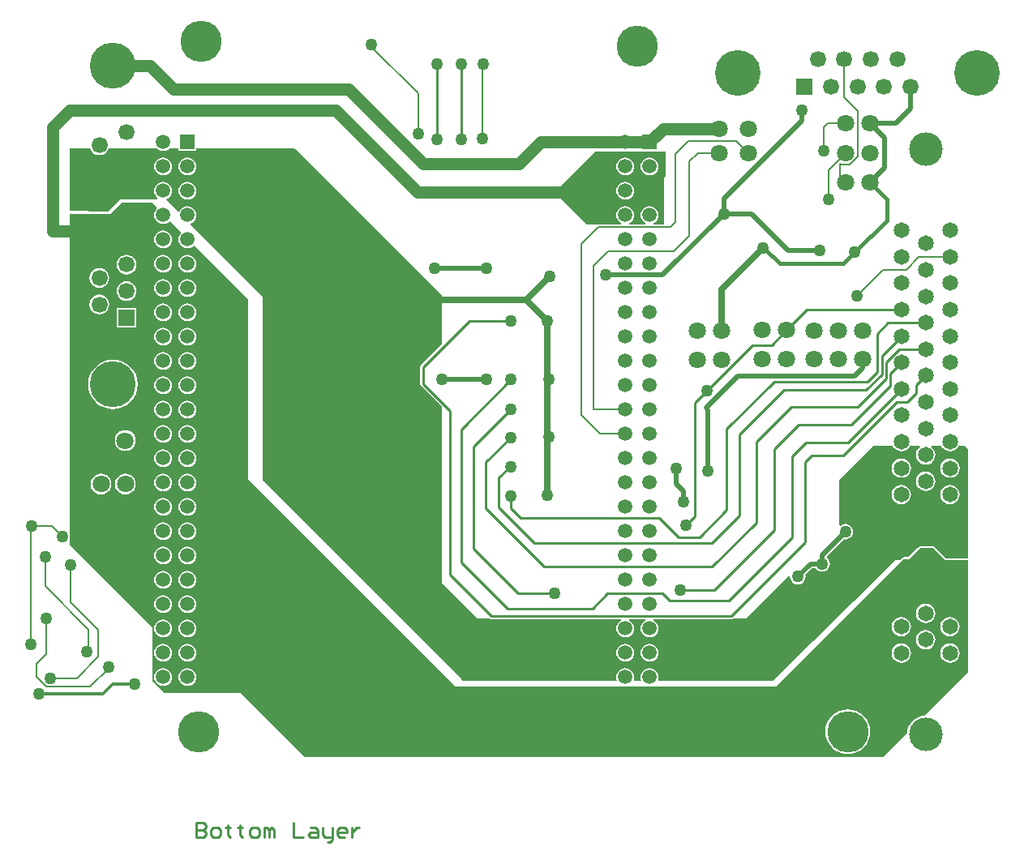
<source format=gbl>
G04*
G04 #@! TF.GenerationSoftware,Altium Limited,Altium Designer,19.0.10 (269)*
G04*
G04 Layer_Physical_Order=2*
G04 Layer_Color=16711680*
%FSLAX25Y25*%
%MOIN*%
G70*
G01*
G75*
%ADD14C,0.01000*%
%ADD17C,0.00800*%
%ADD54C,0.02000*%
%ADD56C,0.01200*%
%ADD57C,0.01500*%
%ADD58C,0.05000*%
%ADD59C,0.02500*%
%ADD60C,0.13800*%
%ADD61C,0.06500*%
%ADD62C,0.05906*%
%ADD63R,0.05906X0.05906*%
%ADD64C,0.07087*%
%ADD65C,0.16929*%
%ADD66C,0.18740*%
%ADD67R,0.06653X0.06653*%
%ADD68C,0.06653*%
%ADD69R,0.06653X0.06653*%
%ADD70C,0.06653*%
%ADD71C,0.18898*%
%ADD72C,0.05000*%
G36*
X272500Y381898D02*
Y361730D01*
X264135Y353365D01*
X263870Y352968D01*
X263776Y352500D01*
Y345500D01*
X263870Y345032D01*
X264135Y344635D01*
X272500Y336270D01*
Y263850D01*
X287350Y249000D01*
X292282D01*
X292642Y248760D01*
X293110Y248666D01*
X346247D01*
X346346Y248166D01*
X346158Y248088D01*
X345395Y247503D01*
X344809Y246740D01*
X344441Y245851D01*
X344316Y244898D01*
X344441Y243944D01*
X344809Y243056D01*
X345395Y242292D01*
X346158Y241707D01*
X347046Y241339D01*
X348000Y241213D01*
X348954Y241339D01*
X349842Y241707D01*
X350605Y242292D01*
X351191Y243056D01*
X351559Y243944D01*
X351684Y244898D01*
X351559Y245851D01*
X351191Y246740D01*
X350605Y247503D01*
X349842Y248088D01*
X349654Y248166D01*
X349753Y248666D01*
X356247D01*
X356346Y248166D01*
X356158Y248088D01*
X355395Y247503D01*
X354809Y246740D01*
X354441Y245851D01*
X354316Y244898D01*
X354441Y243944D01*
X354809Y243056D01*
X355395Y242292D01*
X356158Y241707D01*
X357046Y241339D01*
X358000Y241213D01*
X358954Y241339D01*
X359842Y241707D01*
X360605Y242292D01*
X361191Y243056D01*
X361559Y243944D01*
X361684Y244898D01*
X361559Y245851D01*
X361191Y246740D01*
X360605Y247503D01*
X359842Y248088D01*
X359654Y248166D01*
X359753Y248666D01*
X391631D01*
X392100Y248760D01*
X392460Y249000D01*
X397763D01*
X415331Y266568D01*
X415779Y266347D01*
X415772Y266295D01*
X415882Y265460D01*
X416205Y264682D01*
X416718Y264013D01*
X417386Y263500D01*
X418165Y263178D01*
X419000Y263068D01*
X419835Y263178D01*
X420614Y263500D01*
X421282Y264013D01*
X421795Y264682D01*
X422118Y265460D01*
X422228Y266295D01*
X422137Y266981D01*
X424923Y269767D01*
X426297D01*
X426718Y269218D01*
X427386Y268705D01*
X428165Y268382D01*
X429000Y268272D01*
X429835Y268382D01*
X430614Y268705D01*
X431282Y269218D01*
X431795Y269886D01*
X432118Y270665D01*
X432228Y271500D01*
X432118Y272335D01*
X431795Y273114D01*
X431282Y273782D01*
X430921Y274060D01*
X430891Y274640D01*
X437814Y281563D01*
X438500Y281472D01*
X439335Y281582D01*
X440114Y281905D01*
X440782Y282418D01*
X441295Y283086D01*
X441618Y283865D01*
X441728Y284700D01*
X441618Y285535D01*
X441295Y286314D01*
X440782Y286982D01*
X440114Y287495D01*
X439335Y287818D01*
X438500Y287928D01*
X437665Y287818D01*
X436886Y287495D01*
X436477Y287181D01*
X436000Y287445D01*
Y306000D01*
X450000Y320000D01*
X457939D01*
X458050Y319732D01*
X458683Y318907D01*
X459508Y318274D01*
X460469Y317876D01*
X461500Y317740D01*
X462531Y317876D01*
X463492Y318274D01*
X464317Y318907D01*
X464950Y319732D01*
X465061Y320000D01*
X468996D01*
X469166Y319500D01*
X468683Y319129D01*
X468050Y318304D01*
X467652Y317343D01*
X467516Y316312D01*
X467652Y315281D01*
X468050Y314320D01*
X468683Y313495D01*
X469508Y312862D01*
X470469Y312464D01*
X471500Y312328D01*
X472531Y312464D01*
X473492Y312862D01*
X474317Y313495D01*
X474950Y314320D01*
X475348Y315281D01*
X475484Y316312D01*
X475348Y317343D01*
X474950Y318304D01*
X474317Y319129D01*
X473834Y319500D01*
X474004Y320000D01*
X477939D01*
X478050Y319732D01*
X478683Y318907D01*
X479508Y318274D01*
X480469Y317876D01*
X481500Y317740D01*
X482531Y317876D01*
X483492Y318274D01*
X484317Y318907D01*
X484950Y319732D01*
X485061Y320000D01*
X487758D01*
X489000Y318759D01*
X489000Y274214D01*
X489000Y273714D01*
X480015D01*
X475223Y278505D01*
X474992Y278659D01*
X474719Y278714D01*
X469381D01*
X469108Y278659D01*
X468877Y278505D01*
X468372Y278000D01*
X468191D01*
X464404Y274214D01*
X462500Y274214D01*
X462227Y274159D01*
X461995Y274005D01*
X460991Y273000D01*
X459080D01*
X458576Y272496D01*
X408509Y223429D01*
X361795D01*
X361518Y223845D01*
X361559Y223944D01*
X361684Y224898D01*
X361559Y225851D01*
X361191Y226740D01*
X360605Y227503D01*
X359842Y228088D01*
X358954Y228456D01*
X358000Y228582D01*
X357046Y228456D01*
X356158Y228088D01*
X355395Y227503D01*
X354809Y226740D01*
X354441Y225851D01*
X354316Y224898D01*
X354441Y223944D01*
X354483Y223845D01*
X354205Y223429D01*
X351795D01*
X351518Y223845D01*
X351559Y223944D01*
X351684Y224898D01*
X351559Y225851D01*
X351191Y226740D01*
X350605Y227503D01*
X349842Y228088D01*
X348954Y228456D01*
X348000Y228582D01*
X347046Y228456D01*
X346158Y228088D01*
X345395Y227503D01*
X344809Y226740D01*
X344441Y225851D01*
X344316Y224898D01*
X344441Y223944D01*
X344482Y223845D01*
X344205Y223429D01*
X281450D01*
X199000Y305879D01*
X199000Y381500D01*
X169419Y411082D01*
X169516Y411572D01*
X169842Y411707D01*
X170605Y412292D01*
X171191Y413056D01*
X171559Y413944D01*
X171684Y414898D01*
X171559Y415851D01*
X171191Y416740D01*
X170605Y417503D01*
X169842Y418088D01*
X168954Y418456D01*
X168000Y418582D01*
X167046Y418456D01*
X166158Y418088D01*
X165395Y417503D01*
X164809Y416740D01*
X164674Y416414D01*
X164184Y416316D01*
X159418Y421081D01*
X159516Y421572D01*
X159842Y421707D01*
X160605Y422293D01*
X161191Y423056D01*
X161559Y423944D01*
X161684Y424898D01*
X161559Y425851D01*
X161191Y426740D01*
X160605Y427503D01*
X159842Y428088D01*
X158954Y428456D01*
X158000Y428582D01*
X157046Y428456D01*
X156158Y428088D01*
X155395Y427503D01*
X154809Y426740D01*
X154441Y425851D01*
X154316Y424898D01*
X154441Y423944D01*
X154809Y423056D01*
X155395Y422293D01*
X155776Y422000D01*
X155606Y421500D01*
X140541Y421500D01*
X135332Y416291D01*
X119500Y416667D01*
X119500Y442500D01*
X127917D01*
X128294Y441591D01*
X128939Y440750D01*
X129780Y440105D01*
X130760Y439699D01*
X131811Y439561D01*
X132862Y439699D01*
X133842Y440105D01*
X134683Y440750D01*
X135328Y441591D01*
X135705Y442500D01*
X155236D01*
X155395Y442292D01*
X156158Y441707D01*
X157046Y441339D01*
X158000Y441213D01*
X158954Y441339D01*
X159842Y441707D01*
X160605Y442292D01*
X160764Y442500D01*
X164347D01*
Y441245D01*
X171653D01*
Y442500D01*
X211898D01*
X272500Y381898D01*
D02*
G37*
G36*
X364500Y431000D02*
X364000Y430500D01*
X364000Y411122D01*
X359735D01*
X359636Y411622D01*
X359842Y411707D01*
X360605Y412292D01*
X361191Y413056D01*
X361559Y413944D01*
X361684Y414898D01*
X361559Y415851D01*
X361191Y416740D01*
X360605Y417503D01*
X359842Y418088D01*
X358954Y418456D01*
X358000Y418582D01*
X357046Y418456D01*
X356158Y418088D01*
X355395Y417503D01*
X354809Y416740D01*
X354441Y415851D01*
X354316Y414898D01*
X354441Y413944D01*
X354809Y413056D01*
X355395Y412292D01*
X356158Y411707D01*
X356364Y411622D01*
X356265Y411122D01*
X349735D01*
X349636Y411622D01*
X349842Y411707D01*
X350605Y412292D01*
X351191Y413056D01*
X351559Y413944D01*
X351684Y414898D01*
X351559Y415851D01*
X351191Y416740D01*
X350605Y417503D01*
X349842Y418088D01*
X348954Y418456D01*
X348000Y418582D01*
X347046Y418456D01*
X346158Y418088D01*
X345395Y417503D01*
X344809Y416740D01*
X344441Y415851D01*
X344316Y414898D01*
X344441Y413944D01*
X344809Y413056D01*
X345395Y412292D01*
X346158Y411707D01*
X346364Y411622D01*
X346265Y411122D01*
X336898D01*
X336469Y411036D01*
X336414Y411000D01*
X332181D01*
X320181Y423000D01*
X312500D01*
Y425500D01*
X313000Y426000D01*
X321000D01*
Y426500D01*
X335500Y441000D01*
X364500D01*
Y431000D01*
D02*
G37*
G36*
X155468Y418033D02*
X155435Y417534D01*
X155395Y417503D01*
X154809Y416740D01*
X154441Y415851D01*
X154316Y414898D01*
X154441Y413944D01*
X154809Y413056D01*
X155395Y412292D01*
X156158Y411707D01*
X157046Y411339D01*
X158000Y411213D01*
X158954Y411339D01*
X159842Y411707D01*
X160605Y412292D01*
X160636Y412332D01*
X161135Y412365D01*
X165468Y408033D01*
X165435Y407534D01*
X165395Y407503D01*
X164809Y406740D01*
X164441Y405851D01*
X164316Y404898D01*
X164441Y403944D01*
X164809Y403055D01*
X165395Y402292D01*
X166158Y401707D01*
X167046Y401339D01*
X168000Y401213D01*
X168954Y401339D01*
X169842Y401707D01*
X170605Y402292D01*
X170636Y402332D01*
X171135Y402365D01*
X193000Y380500D01*
X193000Y306225D01*
X278224Y221000D01*
X410000Y221000D01*
X462500Y273500D01*
X464881Y273500D01*
X469381Y278000D01*
X474719D01*
X479719Y273000D01*
X489000D01*
Y227152D01*
X470872Y209024D01*
X470010Y208939D01*
X468577Y208504D01*
X467257Y207799D01*
X466100Y206849D01*
X465150Y205692D01*
X464444Y204371D01*
X464010Y202939D01*
X463925Y202077D01*
X453848Y192000D01*
X216398D01*
X189898Y218500D01*
X158571D01*
X158500Y218429D01*
X153500Y223429D01*
X153500Y245307D01*
X119500Y279306D01*
Y281501D01*
X119618Y281785D01*
X119728Y282620D01*
X119618Y283456D01*
X119500Y283740D01*
X119500Y415434D01*
X136500Y415434D01*
X141066Y420000D01*
X153500D01*
X155468Y418033D01*
D02*
G37*
%LPC*%
G36*
X168000Y438582D02*
X167046Y438456D01*
X166158Y438088D01*
X165395Y437503D01*
X164809Y436740D01*
X164441Y435851D01*
X164316Y434898D01*
X164441Y433944D01*
X164809Y433055D01*
X165395Y432293D01*
X166158Y431707D01*
X167046Y431339D01*
X168000Y431213D01*
X168954Y431339D01*
X169842Y431707D01*
X170605Y432293D01*
X171191Y433055D01*
X171559Y433944D01*
X171684Y434898D01*
X171559Y435851D01*
X171191Y436740D01*
X170605Y437503D01*
X169842Y438088D01*
X168954Y438456D01*
X168000Y438582D01*
D02*
G37*
G36*
X158000D02*
X157046Y438456D01*
X156158Y438088D01*
X155395Y437503D01*
X154809Y436740D01*
X154441Y435851D01*
X154316Y434898D01*
X154441Y433944D01*
X154809Y433055D01*
X155395Y432293D01*
X156158Y431707D01*
X157046Y431339D01*
X158000Y431213D01*
X158954Y431339D01*
X159842Y431707D01*
X160605Y432293D01*
X161191Y433055D01*
X161559Y433944D01*
X161684Y434898D01*
X161559Y435851D01*
X161191Y436740D01*
X160605Y437503D01*
X159842Y438088D01*
X158954Y438456D01*
X158000Y438582D01*
D02*
G37*
G36*
X168000Y428582D02*
X167046Y428456D01*
X166158Y428088D01*
X165395Y427503D01*
X164809Y426740D01*
X164441Y425851D01*
X164316Y424898D01*
X164441Y423944D01*
X164809Y423056D01*
X165395Y422293D01*
X166158Y421707D01*
X167046Y421339D01*
X168000Y421213D01*
X168954Y421339D01*
X169842Y421707D01*
X170605Y422293D01*
X171191Y423056D01*
X171559Y423944D01*
X171684Y424898D01*
X171559Y425851D01*
X171191Y426740D01*
X170605Y427503D01*
X169842Y428088D01*
X168954Y428456D01*
X168000Y428582D01*
D02*
G37*
G36*
X481500Y314842D02*
X480469Y314707D01*
X479508Y314309D01*
X478683Y313675D01*
X478050Y312850D01*
X477652Y311889D01*
X477516Y310858D01*
X477652Y309827D01*
X478050Y308866D01*
X478683Y308041D01*
X479508Y307408D01*
X480469Y307010D01*
X481500Y306874D01*
X482531Y307010D01*
X483492Y307408D01*
X484317Y308041D01*
X484950Y308866D01*
X485348Y309827D01*
X485484Y310858D01*
X485348Y311889D01*
X484950Y312850D01*
X484317Y313675D01*
X483492Y314309D01*
X482531Y314707D01*
X481500Y314842D01*
D02*
G37*
G36*
X461500D02*
X460469Y314707D01*
X459508Y314309D01*
X458683Y313675D01*
X458050Y312850D01*
X457652Y311889D01*
X457516Y310858D01*
X457652Y309827D01*
X458050Y308866D01*
X458683Y308041D01*
X459508Y307408D01*
X460469Y307010D01*
X461500Y306874D01*
X462531Y307010D01*
X463492Y307408D01*
X464317Y308041D01*
X464950Y308866D01*
X465348Y309827D01*
X465484Y310858D01*
X465348Y311889D01*
X464950Y312850D01*
X464317Y313675D01*
X463492Y314309D01*
X462531Y314707D01*
X461500Y314842D01*
D02*
G37*
G36*
X471500Y309433D02*
X470469Y309297D01*
X469508Y308899D01*
X468683Y308266D01*
X468050Y307441D01*
X467652Y306480D01*
X467516Y305449D01*
X467652Y304418D01*
X468050Y303457D01*
X468683Y302632D01*
X469508Y301998D01*
X470469Y301601D01*
X471500Y301465D01*
X472531Y301601D01*
X473492Y301998D01*
X474317Y302632D01*
X474950Y303457D01*
X475348Y304418D01*
X475484Y305449D01*
X475348Y306480D01*
X474950Y307441D01*
X474317Y308266D01*
X473492Y308899D01*
X472531Y309297D01*
X471500Y309433D01*
D02*
G37*
G36*
X481500Y303976D02*
X480469Y303840D01*
X479508Y303442D01*
X478683Y302809D01*
X478050Y301984D01*
X477652Y301023D01*
X477516Y299992D01*
X477652Y298961D01*
X478050Y298000D01*
X478683Y297175D01*
X479508Y296542D01*
X480469Y296144D01*
X481500Y296008D01*
X482531Y296144D01*
X483492Y296542D01*
X484317Y297175D01*
X484950Y298000D01*
X485348Y298961D01*
X485484Y299992D01*
X485348Y301023D01*
X484950Y301984D01*
X484317Y302809D01*
X483492Y303442D01*
X482531Y303840D01*
X481500Y303976D01*
D02*
G37*
G36*
X461500D02*
X460469Y303840D01*
X459508Y303442D01*
X458683Y302809D01*
X458050Y301984D01*
X457652Y301023D01*
X457516Y299992D01*
X457652Y298961D01*
X458050Y298000D01*
X458683Y297175D01*
X459508Y296542D01*
X460469Y296144D01*
X461500Y296008D01*
X462531Y296144D01*
X463492Y296542D01*
X464317Y297175D01*
X464950Y298000D01*
X465348Y298961D01*
X465484Y299992D01*
X465348Y301023D01*
X464950Y301984D01*
X464317Y302809D01*
X463492Y303442D01*
X462531Y303840D01*
X461500Y303976D01*
D02*
G37*
G36*
X358000Y238582D02*
X357046Y238456D01*
X356158Y238088D01*
X355395Y237503D01*
X354809Y236740D01*
X354441Y235851D01*
X354316Y234898D01*
X354441Y233944D01*
X354809Y233055D01*
X355395Y232293D01*
X356158Y231707D01*
X357046Y231339D01*
X358000Y231213D01*
X358954Y231339D01*
X359842Y231707D01*
X360605Y232293D01*
X361191Y233055D01*
X361559Y233944D01*
X361684Y234898D01*
X361559Y235851D01*
X361191Y236740D01*
X360605Y237503D01*
X359842Y238088D01*
X358954Y238456D01*
X358000Y238582D01*
D02*
G37*
G36*
X348000D02*
X347046Y238456D01*
X346158Y238088D01*
X345395Y237503D01*
X344809Y236740D01*
X344441Y235851D01*
X344316Y234898D01*
X344441Y233944D01*
X344809Y233055D01*
X345395Y232293D01*
X346158Y231707D01*
X347046Y231339D01*
X348000Y231213D01*
X348954Y231339D01*
X349842Y231707D01*
X350605Y232293D01*
X351191Y233055D01*
X351559Y233944D01*
X351684Y234898D01*
X351559Y235851D01*
X351191Y236740D01*
X350605Y237503D01*
X349842Y238088D01*
X348954Y238456D01*
X348000Y238582D01*
D02*
G37*
G36*
X358000Y438582D02*
X357046Y438456D01*
X356158Y438088D01*
X355395Y437503D01*
X354809Y436740D01*
X354441Y435851D01*
X354316Y434898D01*
X354441Y433944D01*
X354809Y433055D01*
X355395Y432293D01*
X356158Y431707D01*
X357046Y431339D01*
X358000Y431213D01*
X358954Y431339D01*
X359842Y431707D01*
X360605Y432293D01*
X361191Y433055D01*
X361559Y433944D01*
X361684Y434898D01*
X361559Y435851D01*
X361191Y436740D01*
X360605Y437503D01*
X359842Y438088D01*
X358954Y438456D01*
X358000Y438582D01*
D02*
G37*
G36*
X348000D02*
X347046Y438456D01*
X346158Y438088D01*
X345395Y437503D01*
X344809Y436740D01*
X344441Y435851D01*
X344316Y434898D01*
X344441Y433944D01*
X344809Y433055D01*
X345395Y432293D01*
X346158Y431707D01*
X347046Y431339D01*
X348000Y431213D01*
X348954Y431339D01*
X349842Y431707D01*
X350605Y432293D01*
X351191Y433055D01*
X351559Y433944D01*
X351684Y434898D01*
X351559Y435851D01*
X351191Y436740D01*
X350605Y437503D01*
X349842Y438088D01*
X348954Y438456D01*
X348000Y438582D01*
D02*
G37*
G36*
Y428582D02*
X347046Y428456D01*
X346158Y428088D01*
X345395Y427503D01*
X344809Y426740D01*
X344441Y425851D01*
X344316Y424898D01*
X344441Y423944D01*
X344809Y423056D01*
X345395Y422293D01*
X346158Y421707D01*
X347046Y421339D01*
X348000Y421213D01*
X348954Y421339D01*
X349842Y421707D01*
X350605Y422293D01*
X351191Y423056D01*
X351559Y423944D01*
X351684Y424898D01*
X351559Y425851D01*
X351191Y426740D01*
X350605Y427503D01*
X349842Y428088D01*
X348954Y428456D01*
X348000Y428582D01*
D02*
G37*
G36*
X158000Y408582D02*
X157046Y408456D01*
X156158Y408088D01*
X155395Y407503D01*
X154809Y406740D01*
X154441Y405851D01*
X154316Y404898D01*
X154441Y403944D01*
X154809Y403055D01*
X155395Y402292D01*
X156158Y401707D01*
X157046Y401339D01*
X158000Y401213D01*
X158954Y401339D01*
X159842Y401707D01*
X160605Y402292D01*
X161191Y403055D01*
X161559Y403944D01*
X161684Y404898D01*
X161559Y405851D01*
X161191Y406740D01*
X160605Y407503D01*
X159842Y408088D01*
X158954Y408456D01*
X158000Y408582D01*
D02*
G37*
G36*
X168000Y398582D02*
X167046Y398456D01*
X166158Y398088D01*
X165395Y397503D01*
X164809Y396740D01*
X164441Y395851D01*
X164316Y394898D01*
X164441Y393944D01*
X164809Y393056D01*
X165395Y392292D01*
X166158Y391707D01*
X167046Y391339D01*
X168000Y391213D01*
X168954Y391339D01*
X169842Y391707D01*
X170605Y392292D01*
X171191Y393056D01*
X171559Y393944D01*
X171684Y394898D01*
X171559Y395851D01*
X171191Y396740D01*
X170605Y397503D01*
X169842Y398088D01*
X168954Y398456D01*
X168000Y398582D01*
D02*
G37*
G36*
X158000D02*
X157046Y398456D01*
X156158Y398088D01*
X155395Y397503D01*
X154809Y396740D01*
X154441Y395851D01*
X154316Y394898D01*
X154441Y393944D01*
X154809Y393056D01*
X155395Y392292D01*
X156158Y391707D01*
X157046Y391339D01*
X158000Y391213D01*
X158954Y391339D01*
X159842Y391707D01*
X160605Y392292D01*
X161191Y393056D01*
X161559Y393944D01*
X161684Y394898D01*
X161559Y395851D01*
X161191Y396740D01*
X160605Y397503D01*
X159842Y398088D01*
X158954Y398456D01*
X158000Y398582D01*
D02*
G37*
G36*
X142992Y398609D02*
X141941Y398470D01*
X140961Y398065D01*
X140120Y397419D01*
X139475Y396578D01*
X139069Y395598D01*
X138931Y394547D01*
X139069Y393496D01*
X139475Y392516D01*
X140120Y391675D01*
X140961Y391030D01*
X141941Y390624D01*
X142992Y390486D01*
X144043Y390624D01*
X145023Y391030D01*
X145864Y391675D01*
X146510Y392516D01*
X146915Y393496D01*
X147054Y394547D01*
X146915Y395598D01*
X146510Y396578D01*
X145864Y397419D01*
X145023Y398065D01*
X144043Y398470D01*
X142992Y398609D01*
D02*
G37*
G36*
X131811Y393156D02*
X130760Y393018D01*
X129780Y392612D01*
X128939Y391966D01*
X128294Y391125D01*
X127888Y390146D01*
X127750Y389094D01*
X127888Y388043D01*
X128294Y387064D01*
X128939Y386223D01*
X129780Y385577D01*
X130760Y385171D01*
X131811Y385033D01*
X132862Y385171D01*
X133842Y385577D01*
X134683Y386223D01*
X135328Y387064D01*
X135734Y388043D01*
X135873Y389094D01*
X135734Y390146D01*
X135328Y391125D01*
X134683Y391966D01*
X133842Y392612D01*
X132862Y393018D01*
X131811Y393156D01*
D02*
G37*
G36*
X168000Y388582D02*
X167046Y388456D01*
X166158Y388088D01*
X165395Y387503D01*
X164809Y386740D01*
X164441Y385851D01*
X164316Y384898D01*
X164441Y383944D01*
X164809Y383055D01*
X165395Y382293D01*
X166158Y381707D01*
X167046Y381339D01*
X168000Y381213D01*
X168954Y381339D01*
X169842Y381707D01*
X170605Y382293D01*
X171191Y383055D01*
X171559Y383944D01*
X171684Y384898D01*
X171559Y385851D01*
X171191Y386740D01*
X170605Y387503D01*
X169842Y388088D01*
X168954Y388456D01*
X168000Y388582D01*
D02*
G37*
G36*
X158000D02*
X157046Y388456D01*
X156158Y388088D01*
X155395Y387503D01*
X154809Y386740D01*
X154441Y385851D01*
X154316Y384898D01*
X154441Y383944D01*
X154809Y383055D01*
X155395Y382293D01*
X156158Y381707D01*
X157046Y381339D01*
X158000Y381213D01*
X158954Y381339D01*
X159842Y381707D01*
X160605Y382293D01*
X161191Y383055D01*
X161559Y383944D01*
X161684Y384898D01*
X161559Y385851D01*
X161191Y386740D01*
X160605Y387503D01*
X159842Y388088D01*
X158954Y388456D01*
X158000Y388582D01*
D02*
G37*
G36*
X142992Y387703D02*
X141941Y387565D01*
X140961Y387159D01*
X140120Y386514D01*
X139475Y385672D01*
X139069Y384693D01*
X138931Y383642D01*
X139069Y382591D01*
X139475Y381611D01*
X140120Y380770D01*
X140961Y380124D01*
X141941Y379719D01*
X142992Y379580D01*
X144043Y379719D01*
X145023Y380124D01*
X145864Y380770D01*
X146510Y381611D01*
X146915Y382591D01*
X147054Y383642D01*
X146915Y384693D01*
X146510Y385672D01*
X145864Y386514D01*
X145023Y387159D01*
X144043Y387565D01*
X142992Y387703D01*
D02*
G37*
G36*
X131811Y382250D02*
X130760Y382112D01*
X129780Y381706D01*
X128939Y381061D01*
X128294Y380220D01*
X127888Y379240D01*
X127750Y378189D01*
X127888Y377138D01*
X128294Y376158D01*
X128939Y375317D01*
X129780Y374672D01*
X130760Y374266D01*
X131811Y374128D01*
X132862Y374266D01*
X133842Y374672D01*
X134683Y375317D01*
X135328Y376158D01*
X135734Y377138D01*
X135873Y378189D01*
X135734Y379240D01*
X135328Y380220D01*
X134683Y381061D01*
X133842Y381706D01*
X132862Y382112D01*
X131811Y382250D01*
D02*
G37*
G36*
X168000Y378582D02*
X167046Y378456D01*
X166158Y378088D01*
X165395Y377503D01*
X164809Y376740D01*
X164441Y375851D01*
X164316Y374898D01*
X164441Y373944D01*
X164809Y373056D01*
X165395Y372292D01*
X166158Y371707D01*
X167046Y371339D01*
X168000Y371213D01*
X168954Y371339D01*
X169842Y371707D01*
X170605Y372292D01*
X171191Y373056D01*
X171559Y373944D01*
X171684Y374898D01*
X171559Y375851D01*
X171191Y376740D01*
X170605Y377503D01*
X169842Y378088D01*
X168954Y378456D01*
X168000Y378582D01*
D02*
G37*
G36*
X158000D02*
X157046Y378456D01*
X156158Y378088D01*
X155395Y377503D01*
X154809Y376740D01*
X154441Y375851D01*
X154316Y374898D01*
X154441Y373944D01*
X154809Y373056D01*
X155395Y372292D01*
X156158Y371707D01*
X157046Y371339D01*
X158000Y371213D01*
X158954Y371339D01*
X159842Y371707D01*
X160605Y372292D01*
X161191Y373056D01*
X161559Y373944D01*
X161684Y374898D01*
X161559Y375851D01*
X161191Y376740D01*
X160605Y377503D01*
X159842Y378088D01*
X158954Y378456D01*
X158000Y378582D01*
D02*
G37*
G36*
X147019Y376763D02*
X138965D01*
Y368709D01*
X147019D01*
Y376763D01*
D02*
G37*
G36*
X168000Y368582D02*
X167046Y368456D01*
X166158Y368088D01*
X165395Y367503D01*
X164809Y366740D01*
X164441Y365851D01*
X164316Y364898D01*
X164441Y363944D01*
X164809Y363055D01*
X165395Y362293D01*
X166158Y361707D01*
X167046Y361339D01*
X168000Y361213D01*
X168954Y361339D01*
X169842Y361707D01*
X170605Y362293D01*
X171191Y363055D01*
X171559Y363944D01*
X171684Y364898D01*
X171559Y365851D01*
X171191Y366740D01*
X170605Y367503D01*
X169842Y368088D01*
X168954Y368456D01*
X168000Y368582D01*
D02*
G37*
G36*
X158000D02*
X157046Y368456D01*
X156158Y368088D01*
X155395Y367503D01*
X154809Y366740D01*
X154441Y365851D01*
X154316Y364898D01*
X154441Y363944D01*
X154809Y363055D01*
X155395Y362293D01*
X156158Y361707D01*
X157046Y361339D01*
X158000Y361213D01*
X158954Y361339D01*
X159842Y361707D01*
X160605Y362293D01*
X161191Y363055D01*
X161559Y363944D01*
X161684Y364898D01*
X161559Y365851D01*
X161191Y366740D01*
X160605Y367503D01*
X159842Y368088D01*
X158954Y368456D01*
X158000Y368582D01*
D02*
G37*
G36*
X168000Y358582D02*
X167046Y358456D01*
X166158Y358088D01*
X165395Y357503D01*
X164809Y356740D01*
X164441Y355851D01*
X164316Y354898D01*
X164441Y353944D01*
X164809Y353056D01*
X165395Y352292D01*
X166158Y351707D01*
X167046Y351339D01*
X168000Y351213D01*
X168954Y351339D01*
X169842Y351707D01*
X170605Y352292D01*
X171191Y353056D01*
X171559Y353944D01*
X171684Y354898D01*
X171559Y355851D01*
X171191Y356740D01*
X170605Y357503D01*
X169842Y358088D01*
X168954Y358456D01*
X168000Y358582D01*
D02*
G37*
G36*
X158000D02*
X157046Y358456D01*
X156158Y358088D01*
X155395Y357503D01*
X154809Y356740D01*
X154441Y355851D01*
X154316Y354898D01*
X154441Y353944D01*
X154809Y353056D01*
X155395Y352292D01*
X156158Y351707D01*
X157046Y351339D01*
X158000Y351213D01*
X158954Y351339D01*
X159842Y351707D01*
X160605Y352292D01*
X161191Y353056D01*
X161559Y353944D01*
X161684Y354898D01*
X161559Y355851D01*
X161191Y356740D01*
X160605Y357503D01*
X159842Y358088D01*
X158954Y358456D01*
X158000Y358582D01*
D02*
G37*
G36*
X168000Y348582D02*
X167046Y348456D01*
X166158Y348088D01*
X165395Y347503D01*
X164809Y346740D01*
X164441Y345851D01*
X164316Y344898D01*
X164441Y343944D01*
X164809Y343056D01*
X165395Y342292D01*
X166158Y341707D01*
X167046Y341339D01*
X168000Y341213D01*
X168954Y341339D01*
X169842Y341707D01*
X170605Y342292D01*
X171191Y343056D01*
X171559Y343944D01*
X171684Y344898D01*
X171559Y345851D01*
X171191Y346740D01*
X170605Y347503D01*
X169842Y348088D01*
X168954Y348456D01*
X168000Y348582D01*
D02*
G37*
G36*
X158000D02*
X157046Y348456D01*
X156158Y348088D01*
X155395Y347503D01*
X154809Y346740D01*
X154441Y345851D01*
X154316Y344898D01*
X154441Y343944D01*
X154809Y343056D01*
X155395Y342292D01*
X156158Y341707D01*
X157046Y341339D01*
X158000Y341213D01*
X158954Y341339D01*
X159842Y341707D01*
X160605Y342292D01*
X161191Y343056D01*
X161559Y343944D01*
X161684Y344898D01*
X161559Y345851D01*
X161191Y346740D01*
X160605Y347503D01*
X159842Y348088D01*
X158954Y348456D01*
X158000Y348582D01*
D02*
G37*
G36*
X137402Y355513D02*
X135412Y355317D01*
X133499Y354737D01*
X131736Y353794D01*
X130191Y352526D01*
X128922Y350981D01*
X127980Y349218D01*
X127400Y347305D01*
X127204Y345315D01*
X127400Y343325D01*
X127980Y341412D01*
X128922Y339649D01*
X130191Y338104D01*
X131736Y336836D01*
X133499Y335893D01*
X135412Y335313D01*
X137402Y335117D01*
X139391Y335313D01*
X141304Y335893D01*
X143067Y336836D01*
X144613Y338104D01*
X145881Y339649D01*
X146823Y341412D01*
X147404Y343325D01*
X147599Y345315D01*
X147404Y347305D01*
X146823Y349218D01*
X145881Y350981D01*
X144613Y352526D01*
X143067Y353794D01*
X141304Y354737D01*
X139391Y355317D01*
X137402Y355513D01*
D02*
G37*
G36*
X168000Y338582D02*
X167046Y338456D01*
X166158Y338088D01*
X165395Y337503D01*
X164809Y336740D01*
X164441Y335851D01*
X164316Y334898D01*
X164441Y333944D01*
X164809Y333055D01*
X165395Y332293D01*
X166158Y331707D01*
X167046Y331339D01*
X168000Y331213D01*
X168954Y331339D01*
X169842Y331707D01*
X170605Y332293D01*
X171191Y333055D01*
X171559Y333944D01*
X171684Y334898D01*
X171559Y335851D01*
X171191Y336740D01*
X170605Y337503D01*
X169842Y338088D01*
X168954Y338456D01*
X168000Y338582D01*
D02*
G37*
G36*
X158000D02*
X157046Y338456D01*
X156158Y338088D01*
X155395Y337503D01*
X154809Y336740D01*
X154441Y335851D01*
X154316Y334898D01*
X154441Y333944D01*
X154809Y333055D01*
X155395Y332293D01*
X156158Y331707D01*
X157046Y331339D01*
X158000Y331213D01*
X158954Y331339D01*
X159842Y331707D01*
X160605Y332293D01*
X161191Y333055D01*
X161559Y333944D01*
X161684Y334898D01*
X161559Y335851D01*
X161191Y336740D01*
X160605Y337503D01*
X159842Y338088D01*
X158954Y338456D01*
X158000Y338582D01*
D02*
G37*
G36*
X168000Y328582D02*
X167046Y328456D01*
X166158Y328088D01*
X165395Y327503D01*
X164809Y326740D01*
X164441Y325851D01*
X164316Y324898D01*
X164441Y323944D01*
X164809Y323056D01*
X165395Y322292D01*
X166158Y321707D01*
X167046Y321339D01*
X168000Y321213D01*
X168954Y321339D01*
X169842Y321707D01*
X170605Y322292D01*
X171191Y323056D01*
X171559Y323944D01*
X171684Y324898D01*
X171559Y325851D01*
X171191Y326740D01*
X170605Y327503D01*
X169842Y328088D01*
X168954Y328456D01*
X168000Y328582D01*
D02*
G37*
G36*
X158000D02*
X157046Y328456D01*
X156158Y328088D01*
X155395Y327503D01*
X154809Y326740D01*
X154441Y325851D01*
X154316Y324898D01*
X154441Y323944D01*
X154809Y323056D01*
X155395Y322292D01*
X156158Y321707D01*
X157046Y321339D01*
X158000Y321213D01*
X158954Y321339D01*
X159842Y321707D01*
X160605Y322292D01*
X161191Y323056D01*
X161559Y323944D01*
X161684Y324898D01*
X161559Y325851D01*
X161191Y326740D01*
X160605Y327503D01*
X159842Y328088D01*
X158954Y328456D01*
X158000Y328582D01*
D02*
G37*
G36*
X142466Y326468D02*
X141358Y326322D01*
X140326Y325894D01*
X139439Y325214D01*
X138759Y324328D01*
X138332Y323296D01*
X138186Y322188D01*
X138332Y321080D01*
X138759Y320048D01*
X139439Y319162D01*
X140326Y318481D01*
X141358Y318054D01*
X142466Y317908D01*
X143574Y318054D01*
X144606Y318481D01*
X145492Y319162D01*
X146172Y320048D01*
X146600Y321080D01*
X146746Y322188D01*
X146600Y323296D01*
X146172Y324328D01*
X145492Y325214D01*
X144606Y325894D01*
X143574Y326322D01*
X142466Y326468D01*
D02*
G37*
G36*
X168000Y318582D02*
X167046Y318456D01*
X166158Y318088D01*
X165395Y317503D01*
X164809Y316740D01*
X164441Y315851D01*
X164316Y314898D01*
X164441Y313944D01*
X164809Y313055D01*
X165395Y312293D01*
X166158Y311707D01*
X167046Y311339D01*
X168000Y311213D01*
X168954Y311339D01*
X169842Y311707D01*
X170605Y312293D01*
X171191Y313055D01*
X171559Y313944D01*
X171684Y314898D01*
X171559Y315851D01*
X171191Y316740D01*
X170605Y317503D01*
X169842Y318088D01*
X168954Y318456D01*
X168000Y318582D01*
D02*
G37*
G36*
X158000D02*
X157046Y318456D01*
X156158Y318088D01*
X155395Y317503D01*
X154809Y316740D01*
X154441Y315851D01*
X154316Y314898D01*
X154441Y313944D01*
X154809Y313055D01*
X155395Y312293D01*
X156158Y311707D01*
X157046Y311339D01*
X158000Y311213D01*
X158954Y311339D01*
X159842Y311707D01*
X160605Y312293D01*
X161191Y313055D01*
X161559Y313944D01*
X161684Y314898D01*
X161559Y315851D01*
X161191Y316740D01*
X160605Y317503D01*
X159842Y318088D01*
X158954Y318456D01*
X158000Y318582D01*
D02*
G37*
G36*
X168000Y308582D02*
X167046Y308456D01*
X166158Y308088D01*
X165395Y307503D01*
X164809Y306740D01*
X164441Y305851D01*
X164316Y304898D01*
X164441Y303944D01*
X164809Y303056D01*
X165395Y302292D01*
X166158Y301707D01*
X167046Y301339D01*
X168000Y301213D01*
X168954Y301339D01*
X169842Y301707D01*
X170605Y302292D01*
X171191Y303056D01*
X171559Y303944D01*
X171684Y304898D01*
X171559Y305851D01*
X171191Y306740D01*
X170605Y307503D01*
X169842Y308088D01*
X168954Y308456D01*
X168000Y308582D01*
D02*
G37*
G36*
X158000D02*
X157046Y308456D01*
X156158Y308088D01*
X155395Y307503D01*
X154809Y306740D01*
X154441Y305851D01*
X154316Y304898D01*
X154441Y303944D01*
X154809Y303056D01*
X155395Y302292D01*
X156158Y301707D01*
X157046Y301339D01*
X158000Y301213D01*
X158954Y301339D01*
X159842Y301707D01*
X160605Y302292D01*
X161191Y303056D01*
X161559Y303944D01*
X161684Y304898D01*
X161559Y305851D01*
X161191Y306740D01*
X160605Y307503D01*
X159842Y308088D01*
X158954Y308456D01*
X158000Y308582D01*
D02*
G37*
G36*
X142500Y308573D02*
X141392Y308428D01*
X140360Y308000D01*
X139474Y307320D01*
X138794Y306433D01*
X138366Y305401D01*
X138220Y304293D01*
X138366Y303186D01*
X138794Y302153D01*
X139474Y301267D01*
X140360Y300587D01*
X141392Y300159D01*
X142500Y300014D01*
X143608Y300159D01*
X144640Y300587D01*
X145526Y301267D01*
X146206Y302153D01*
X146634Y303186D01*
X146780Y304293D01*
X146634Y305401D01*
X146206Y306433D01*
X145526Y307320D01*
X144640Y308000D01*
X143608Y308428D01*
X142500Y308573D01*
D02*
G37*
G36*
X132500D02*
X131392Y308428D01*
X130360Y308000D01*
X129474Y307320D01*
X128794Y306433D01*
X128366Y305401D01*
X128220Y304293D01*
X128366Y303186D01*
X128794Y302153D01*
X129474Y301267D01*
X130360Y300587D01*
X131392Y300159D01*
X132500Y300014D01*
X133608Y300159D01*
X134640Y300587D01*
X135526Y301267D01*
X136206Y302153D01*
X136634Y303186D01*
X136780Y304293D01*
X136634Y305401D01*
X136206Y306433D01*
X135526Y307320D01*
X134640Y308000D01*
X133608Y308428D01*
X132500Y308573D01*
D02*
G37*
G36*
X168000Y298582D02*
X167046Y298456D01*
X166158Y298088D01*
X165395Y297503D01*
X164809Y296740D01*
X164441Y295851D01*
X164316Y294898D01*
X164441Y293944D01*
X164809Y293056D01*
X165395Y292292D01*
X166158Y291707D01*
X167046Y291339D01*
X168000Y291213D01*
X168954Y291339D01*
X169842Y291707D01*
X170605Y292292D01*
X171191Y293056D01*
X171559Y293944D01*
X171684Y294898D01*
X171559Y295851D01*
X171191Y296740D01*
X170605Y297503D01*
X169842Y298088D01*
X168954Y298456D01*
X168000Y298582D01*
D02*
G37*
G36*
X158000D02*
X157046Y298456D01*
X156158Y298088D01*
X155395Y297503D01*
X154809Y296740D01*
X154441Y295851D01*
X154316Y294898D01*
X154441Y293944D01*
X154809Y293056D01*
X155395Y292292D01*
X156158Y291707D01*
X157046Y291339D01*
X158000Y291213D01*
X158954Y291339D01*
X159842Y291707D01*
X160605Y292292D01*
X161191Y293056D01*
X161559Y293944D01*
X161684Y294898D01*
X161559Y295851D01*
X161191Y296740D01*
X160605Y297503D01*
X159842Y298088D01*
X158954Y298456D01*
X158000Y298582D01*
D02*
G37*
G36*
X168000Y288582D02*
X167046Y288456D01*
X166158Y288088D01*
X165395Y287503D01*
X164809Y286740D01*
X164441Y285851D01*
X164316Y284898D01*
X164441Y283944D01*
X164809Y283055D01*
X165395Y282293D01*
X166158Y281707D01*
X167046Y281339D01*
X168000Y281213D01*
X168954Y281339D01*
X169842Y281707D01*
X170605Y282293D01*
X171191Y283055D01*
X171559Y283944D01*
X171684Y284898D01*
X171559Y285851D01*
X171191Y286740D01*
X170605Y287503D01*
X169842Y288088D01*
X168954Y288456D01*
X168000Y288582D01*
D02*
G37*
G36*
X158000D02*
X157046Y288456D01*
X156158Y288088D01*
X155395Y287503D01*
X154809Y286740D01*
X154441Y285851D01*
X154316Y284898D01*
X154441Y283944D01*
X154809Y283055D01*
X155395Y282293D01*
X156158Y281707D01*
X157046Y281339D01*
X158000Y281213D01*
X158954Y281339D01*
X159842Y281707D01*
X160605Y282293D01*
X161191Y283055D01*
X161559Y283944D01*
X161684Y284898D01*
X161559Y285851D01*
X161191Y286740D01*
X160605Y287503D01*
X159842Y288088D01*
X158954Y288456D01*
X158000Y288582D01*
D02*
G37*
G36*
X168000Y278582D02*
X167046Y278456D01*
X166158Y278088D01*
X165395Y277503D01*
X164809Y276740D01*
X164441Y275851D01*
X164316Y274898D01*
X164441Y273944D01*
X164809Y273056D01*
X165395Y272292D01*
X166158Y271707D01*
X167046Y271339D01*
X168000Y271213D01*
X168954Y271339D01*
X169842Y271707D01*
X170605Y272292D01*
X171191Y273056D01*
X171559Y273944D01*
X171684Y274898D01*
X171559Y275851D01*
X171191Y276740D01*
X170605Y277503D01*
X169842Y278088D01*
X168954Y278456D01*
X168000Y278582D01*
D02*
G37*
G36*
X158000D02*
X157046Y278456D01*
X156158Y278088D01*
X155395Y277503D01*
X154809Y276740D01*
X154441Y275851D01*
X154316Y274898D01*
X154441Y273944D01*
X154809Y273056D01*
X155395Y272292D01*
X156158Y271707D01*
X157046Y271339D01*
X158000Y271213D01*
X158954Y271339D01*
X159842Y271707D01*
X160605Y272292D01*
X161191Y273056D01*
X161559Y273944D01*
X161684Y274898D01*
X161559Y275851D01*
X161191Y276740D01*
X160605Y277503D01*
X159842Y278088D01*
X158954Y278456D01*
X158000Y278582D01*
D02*
G37*
G36*
X168000Y268582D02*
X167046Y268456D01*
X166158Y268088D01*
X165395Y267503D01*
X164809Y266740D01*
X164441Y265851D01*
X164316Y264898D01*
X164441Y263944D01*
X164809Y263055D01*
X165395Y262293D01*
X166158Y261707D01*
X167046Y261339D01*
X168000Y261213D01*
X168954Y261339D01*
X169842Y261707D01*
X170605Y262293D01*
X171191Y263055D01*
X171559Y263944D01*
X171684Y264898D01*
X171559Y265851D01*
X171191Y266740D01*
X170605Y267503D01*
X169842Y268088D01*
X168954Y268456D01*
X168000Y268582D01*
D02*
G37*
G36*
X158000D02*
X157046Y268456D01*
X156158Y268088D01*
X155395Y267503D01*
X154809Y266740D01*
X154441Y265851D01*
X154316Y264898D01*
X154441Y263944D01*
X154809Y263055D01*
X155395Y262293D01*
X156158Y261707D01*
X157046Y261339D01*
X158000Y261213D01*
X158954Y261339D01*
X159842Y261707D01*
X160605Y262293D01*
X161191Y263055D01*
X161559Y263944D01*
X161684Y264898D01*
X161559Y265851D01*
X161191Y266740D01*
X160605Y267503D01*
X159842Y268088D01*
X158954Y268456D01*
X158000Y268582D01*
D02*
G37*
G36*
X168000Y258582D02*
X167046Y258456D01*
X166158Y258088D01*
X165395Y257503D01*
X164809Y256740D01*
X164441Y255851D01*
X164316Y254898D01*
X164441Y253944D01*
X164809Y253056D01*
X165395Y252292D01*
X166158Y251707D01*
X167046Y251339D01*
X168000Y251213D01*
X168954Y251339D01*
X169842Y251707D01*
X170605Y252292D01*
X171191Y253056D01*
X171559Y253944D01*
X171684Y254898D01*
X171559Y255851D01*
X171191Y256740D01*
X170605Y257503D01*
X169842Y258088D01*
X168954Y258456D01*
X168000Y258582D01*
D02*
G37*
G36*
X158000D02*
X157046Y258456D01*
X156158Y258088D01*
X155395Y257503D01*
X154809Y256740D01*
X154441Y255851D01*
X154316Y254898D01*
X154441Y253944D01*
X154809Y253056D01*
X155395Y252292D01*
X156158Y251707D01*
X157046Y251339D01*
X158000Y251213D01*
X158954Y251339D01*
X159842Y251707D01*
X160605Y252292D01*
X161191Y253056D01*
X161559Y253944D01*
X161684Y254898D01*
X161559Y255851D01*
X161191Y256740D01*
X160605Y257503D01*
X159842Y258088D01*
X158954Y258456D01*
X158000Y258582D01*
D02*
G37*
G36*
X471500Y255115D02*
X470469Y254980D01*
X469508Y254582D01*
X468683Y253948D01*
X468050Y253123D01*
X467652Y252162D01*
X467516Y251131D01*
X467652Y250100D01*
X468050Y249139D01*
X468683Y248314D01*
X469508Y247681D01*
X470469Y247283D01*
X471500Y247147D01*
X472531Y247283D01*
X473492Y247681D01*
X474317Y248314D01*
X474950Y249139D01*
X475348Y250100D01*
X475484Y251131D01*
X475348Y252162D01*
X474950Y253123D01*
X474317Y253948D01*
X473492Y254582D01*
X472531Y254980D01*
X471500Y255115D01*
D02*
G37*
G36*
X481500Y249645D02*
X480469Y249510D01*
X479508Y249112D01*
X478683Y248479D01*
X478050Y247653D01*
X477652Y246693D01*
X477516Y245661D01*
X477652Y244630D01*
X478050Y243669D01*
X478683Y242844D01*
X479508Y242211D01*
X480469Y241813D01*
X481500Y241677D01*
X482531Y241813D01*
X483492Y242211D01*
X484317Y242844D01*
X484950Y243669D01*
X485348Y244630D01*
X485484Y245661D01*
X485348Y246693D01*
X484950Y247653D01*
X484317Y248479D01*
X483492Y249112D01*
X482531Y249510D01*
X481500Y249645D01*
D02*
G37*
G36*
X461500D02*
X460469Y249510D01*
X459508Y249112D01*
X458683Y248479D01*
X458050Y247653D01*
X457652Y246693D01*
X457516Y245661D01*
X457652Y244630D01*
X458050Y243669D01*
X458683Y242844D01*
X459508Y242211D01*
X460469Y241813D01*
X461500Y241677D01*
X462531Y241813D01*
X463492Y242211D01*
X464317Y242844D01*
X464950Y243669D01*
X465348Y244630D01*
X465484Y245661D01*
X465348Y246693D01*
X464950Y247653D01*
X464317Y248479D01*
X463492Y249112D01*
X462531Y249510D01*
X461500Y249645D01*
D02*
G37*
G36*
X168000Y248582D02*
X167046Y248456D01*
X166158Y248088D01*
X165395Y247503D01*
X164809Y246740D01*
X164441Y245851D01*
X164316Y244898D01*
X164441Y243944D01*
X164809Y243056D01*
X165395Y242292D01*
X166158Y241707D01*
X167046Y241339D01*
X168000Y241213D01*
X168954Y241339D01*
X169842Y241707D01*
X170605Y242292D01*
X171191Y243056D01*
X171559Y243944D01*
X171684Y244898D01*
X171559Y245851D01*
X171191Y246740D01*
X170605Y247503D01*
X169842Y248088D01*
X168954Y248456D01*
X168000Y248582D01*
D02*
G37*
G36*
X158000D02*
X157046Y248456D01*
X156158Y248088D01*
X155395Y247503D01*
X154809Y246740D01*
X154441Y245851D01*
X154316Y244898D01*
X154441Y243944D01*
X154809Y243056D01*
X155395Y242292D01*
X156158Y241707D01*
X157046Y241339D01*
X158000Y241213D01*
X158954Y241339D01*
X159842Y241707D01*
X160605Y242292D01*
X161191Y243056D01*
X161559Y243944D01*
X161684Y244898D01*
X161559Y245851D01*
X161191Y246740D01*
X160605Y247503D01*
X159842Y248088D01*
X158954Y248456D01*
X158000Y248582D01*
D02*
G37*
G36*
X471500Y244252D02*
X470469Y244116D01*
X469508Y243718D01*
X468683Y243085D01*
X468050Y242260D01*
X467652Y241299D01*
X467516Y240268D01*
X467652Y239237D01*
X468050Y238276D01*
X468683Y237451D01*
X469508Y236818D01*
X470469Y236420D01*
X471500Y236284D01*
X472531Y236420D01*
X473492Y236818D01*
X474317Y237451D01*
X474950Y238276D01*
X475348Y239237D01*
X475484Y240268D01*
X475348Y241299D01*
X474950Y242260D01*
X474317Y243085D01*
X473492Y243718D01*
X472531Y244116D01*
X471500Y244252D01*
D02*
G37*
G36*
X168000Y238582D02*
X167046Y238456D01*
X166158Y238088D01*
X165395Y237503D01*
X164809Y236740D01*
X164441Y235851D01*
X164316Y234898D01*
X164441Y233944D01*
X164809Y233055D01*
X165395Y232293D01*
X166158Y231707D01*
X167046Y231339D01*
X168000Y231213D01*
X168954Y231339D01*
X169842Y231707D01*
X170605Y232293D01*
X171191Y233055D01*
X171559Y233944D01*
X171684Y234898D01*
X171559Y235851D01*
X171191Y236740D01*
X170605Y237503D01*
X169842Y238088D01*
X168954Y238456D01*
X168000Y238582D01*
D02*
G37*
G36*
X158000D02*
X157046Y238456D01*
X156158Y238088D01*
X155395Y237503D01*
X154809Y236740D01*
X154441Y235851D01*
X154316Y234898D01*
X154441Y233944D01*
X154809Y233055D01*
X155395Y232293D01*
X156158Y231707D01*
X157046Y231339D01*
X158000Y231213D01*
X158954Y231339D01*
X159842Y231707D01*
X160605Y232293D01*
X161191Y233055D01*
X161559Y233944D01*
X161684Y234898D01*
X161559Y235851D01*
X161191Y236740D01*
X160605Y237503D01*
X159842Y238088D01*
X158954Y238456D01*
X158000Y238582D01*
D02*
G37*
G36*
X481500Y238779D02*
X480469Y238644D01*
X479508Y238246D01*
X478683Y237612D01*
X478050Y236787D01*
X477652Y235826D01*
X477516Y234795D01*
X477652Y233764D01*
X478050Y232803D01*
X478683Y231978D01*
X479508Y231345D01*
X480469Y230947D01*
X481500Y230811D01*
X482531Y230947D01*
X483492Y231345D01*
X484317Y231978D01*
X484950Y232803D01*
X485348Y233764D01*
X485484Y234795D01*
X485348Y235826D01*
X484950Y236787D01*
X484317Y237612D01*
X483492Y238246D01*
X482531Y238644D01*
X481500Y238779D01*
D02*
G37*
G36*
X461500D02*
X460469Y238644D01*
X459508Y238246D01*
X458683Y237612D01*
X458050Y236787D01*
X457652Y235826D01*
X457516Y234795D01*
X457652Y233764D01*
X458050Y232803D01*
X458683Y231978D01*
X459508Y231345D01*
X460469Y230947D01*
X461500Y230811D01*
X462531Y230947D01*
X463492Y231345D01*
X464317Y231978D01*
X464950Y232803D01*
X465348Y233764D01*
X465484Y234795D01*
X465348Y235826D01*
X464950Y236787D01*
X464317Y237612D01*
X463492Y238246D01*
X462531Y238644D01*
X461500Y238779D01*
D02*
G37*
G36*
X168000Y228582D02*
X167046Y228456D01*
X166158Y228088D01*
X165395Y227503D01*
X164809Y226740D01*
X164441Y225851D01*
X164316Y224898D01*
X164441Y223944D01*
X164809Y223056D01*
X165395Y222292D01*
X166158Y221707D01*
X167046Y221339D01*
X168000Y221213D01*
X168954Y221339D01*
X169842Y221707D01*
X170605Y222292D01*
X171191Y223056D01*
X171559Y223944D01*
X171684Y224898D01*
X171559Y225851D01*
X171191Y226740D01*
X170605Y227503D01*
X169842Y228088D01*
X168954Y228456D01*
X168000Y228582D01*
D02*
G37*
G36*
X158000D02*
X157046Y228456D01*
X156158Y228088D01*
X155395Y227503D01*
X154809Y226740D01*
X154441Y225851D01*
X154316Y224898D01*
X154441Y223944D01*
X154809Y223056D01*
X155395Y222292D01*
X156158Y221707D01*
X157046Y221339D01*
X158000Y221213D01*
X158954Y221339D01*
X159842Y221707D01*
X160605Y222292D01*
X161191Y223056D01*
X161559Y223944D01*
X161684Y224898D01*
X161559Y225851D01*
X161191Y226740D01*
X160605Y227503D01*
X159842Y228088D01*
X158954Y228456D01*
X158000Y228582D01*
D02*
G37*
G36*
X439500Y211709D02*
X437703Y211532D01*
X435976Y211008D01*
X434384Y210157D01*
X432988Y209012D01*
X431843Y207616D01*
X430992Y206024D01*
X430468Y204297D01*
X430291Y202500D01*
X430468Y200703D01*
X430992Y198976D01*
X431843Y197384D01*
X432988Y195988D01*
X434384Y194843D01*
X435976Y193992D01*
X437703Y193468D01*
X439500Y193291D01*
X441297Y193468D01*
X443024Y193992D01*
X444616Y194843D01*
X446012Y195988D01*
X447157Y197384D01*
X448008Y198976D01*
X448532Y200703D01*
X448709Y202500D01*
X448532Y204297D01*
X448008Y206024D01*
X447157Y207616D01*
X446012Y209012D01*
X444616Y210157D01*
X443024Y211008D01*
X441297Y211532D01*
X439500Y211709D01*
D02*
G37*
%LPD*%
D14*
X270500Y446000D02*
Y477000D01*
X285625Y277631D02*
X304012Y259245D01*
X319000D01*
X334500Y253000D02*
X340738Y259238D01*
X299500Y253000D02*
X334500D01*
X280500Y272000D02*
X299500Y253000D01*
X283815Y371315D02*
X301000D01*
X265000Y352500D02*
X283815Y371315D01*
X265000Y345500D02*
Y352500D01*
X340738Y259238D02*
X363450D01*
X447500Y346500D02*
X451500Y350500D01*
X409241Y346500D02*
X447500D01*
X389626Y326884D02*
X409241Y346500D01*
X265000Y345500D02*
X276000Y334500D01*
Y267000D02*
Y334500D01*
Y267000D02*
X293110Y249890D01*
X285625Y319625D02*
X301000Y335000D01*
X285625Y277631D02*
Y319625D01*
X280500Y272000D02*
Y326815D01*
X290750Y313250D02*
X301000Y323500D01*
X290750Y294250D02*
Y313250D01*
X314750Y270250D02*
X340000Y270250D01*
X290750Y294250D02*
X314750Y270250D01*
X310617Y280000D02*
X383500D01*
X295875Y294742D02*
X310617Y280000D01*
X295875Y294742D02*
Y306875D01*
X380771Y341771D02*
X381771D01*
X376667Y337667D02*
X380771Y341771D01*
X376667Y291167D02*
Y337667D01*
X400456Y361500D02*
X408198D01*
X381771Y342815D02*
X400456Y361500D01*
X373000Y287500D02*
X376667Y291167D01*
X366188Y256500D02*
X390500D01*
X363450Y259238D02*
X366188Y256500D01*
X384503Y260745D02*
X409254Y285495D01*
X370500Y260745D02*
X384503D01*
X391631Y249890D02*
X421970Y280228D01*
X293110Y249890D02*
X391631D01*
X390500Y256500D02*
X416496Y282496D01*
X422753Y376055D02*
X461500D01*
X414276Y367578D02*
X422753Y376055D01*
X456900Y344758D02*
Y349723D01*
X440888Y328746D02*
X456900Y344758D01*
X419246Y328746D02*
X440888D01*
X455200Y347700D02*
Y354316D01*
X443500Y336000D02*
X455200Y347700D01*
X416242Y336000D02*
X443500D01*
X453500Y349445D02*
Y357189D01*
X447126Y343071D02*
X453500Y349445D01*
X413313Y343071D02*
X447126D01*
X464000Y338000D02*
X467750Y341750D01*
Y345153D02*
X471500Y348903D01*
X467750Y341750D02*
Y345153D01*
X459500Y338000D02*
X464000D01*
X437530Y316030D02*
X459500Y338000D01*
X424513Y316030D02*
X437530D01*
X439548Y321504D02*
X461500Y343457D01*
X422246Y321504D02*
X439548D01*
X456900Y349723D02*
X461500Y354323D01*
X460650Y359766D02*
X471500D01*
X455200Y354316D02*
X460650Y359766D01*
X453500Y357189D02*
X461500Y365189D01*
X451500Y366000D02*
X456130Y370630D01*
X451500Y350500D02*
Y366000D01*
X456130Y370630D02*
X471500D01*
X394929Y324687D02*
X413313Y343071D01*
X416496Y315754D02*
X422246Y321504D01*
X421970Y313487D02*
X424513Y316030D01*
X402000Y321759D02*
X416242Y336000D01*
X409254Y318754D02*
X419246Y328746D01*
X394929Y291429D02*
Y324687D01*
X389626Y293626D02*
Y326884D01*
X409254Y285495D02*
Y318754D01*
X416496Y282496D02*
Y315754D01*
X421970Y280228D02*
Y313487D01*
X402000Y288500D02*
Y321759D01*
X300500Y311500D02*
X301000D01*
X295875Y306875D02*
X300500Y311500D01*
X280500Y446000D02*
Y477000D01*
X280500Y326815D02*
X301000Y347315D01*
X340000Y270250D02*
X383750D01*
X305000Y290500D02*
X362000D01*
X383750Y270250D02*
X402000Y288500D01*
X383500Y280000D02*
X394929Y291429D01*
X378500Y282500D02*
X389626Y293626D01*
X301000Y294500D02*
Y299500D01*
X370000Y282500D02*
X378500D01*
X362000Y290500D02*
X370000Y282500D01*
X301000Y294500D02*
X305000Y290500D01*
X408198Y361500D02*
X414276Y367578D01*
X171684Y164998D02*
Y159000D01*
X174683D01*
X175683Y160000D01*
Y160999D01*
X174683Y161999D01*
X171684D01*
X174683D01*
X175683Y162999D01*
Y163998D01*
X174683Y164998D01*
X171684D01*
X178682Y159000D02*
X180681D01*
X181681Y160000D01*
Y161999D01*
X180681Y162999D01*
X178682D01*
X177682Y161999D01*
Y160000D01*
X178682Y159000D01*
X184680Y163998D02*
Y162999D01*
X183680D01*
X185680D01*
X184680D01*
Y160000D01*
X185680Y159000D01*
X189678Y163998D02*
Y162999D01*
X188679D01*
X190678D01*
X189678D01*
Y160000D01*
X190678Y159000D01*
X194677D02*
X196676D01*
X197676Y160000D01*
Y161999D01*
X196676Y162999D01*
X194677D01*
X193677Y161999D01*
Y160000D01*
X194677Y159000D01*
X199675D02*
Y162999D01*
X200675D01*
X201675Y161999D01*
Y159000D01*
Y161999D01*
X202674Y162999D01*
X203674Y161999D01*
Y159000D01*
X211671Y164998D02*
Y159000D01*
X215670D01*
X218669Y162999D02*
X220668D01*
X221668Y161999D01*
Y159000D01*
X218669D01*
X217669Y160000D01*
X218669Y160999D01*
X221668D01*
X223668Y162999D02*
Y160000D01*
X224667Y159000D01*
X227666D01*
Y158000D01*
X226666Y157001D01*
X225667D01*
X227666Y159000D02*
Y162999D01*
X232664Y159000D02*
X230665D01*
X229665Y160000D01*
Y161999D01*
X230665Y162999D01*
X232664D01*
X233664Y161999D01*
Y160999D01*
X229665D01*
X235664Y162999D02*
Y159000D01*
Y160999D01*
X236663Y161999D01*
X237663Y162999D01*
X238663D01*
D17*
X128002Y220900D02*
X135492Y228390D01*
X106000Y224909D02*
Y230400D01*
X122600Y224500D02*
X131392Y233292D01*
X110009Y220900D02*
X128002D01*
X106000Y224909D02*
X110009Y220900D01*
X111500Y224500D02*
X122600D01*
X135492Y228390D02*
Y229500D01*
X106000Y230400D02*
X110047Y234447D01*
X110000Y234494D02*
X110047Y234447D01*
X110000Y234494D02*
Y249200D01*
X103500Y238500D02*
Y286319D01*
X104116Y286935D01*
X131392Y233292D02*
Y244389D01*
X120000Y255781D02*
X131392Y244389D01*
X127407Y234898D02*
Y244500D01*
X109574Y262333D02*
X127407Y244500D01*
X109574Y262333D02*
Y274293D01*
X120000Y255781D02*
Y271000D01*
X112185Y286935D02*
X116500Y282620D01*
X104116Y286935D02*
X112185D01*
X243443Y484500D02*
X263000Y464943D01*
Y448500D02*
Y464943D01*
X289443Y475943D02*
X289500Y476000D01*
X289443Y446500D02*
Y475943D01*
X335000Y393898D02*
X341102Y400000D01*
X335000Y334898D02*
Y393898D01*
Y334898D02*
X348000D01*
X329898Y332602D02*
Y403000D01*
X336898Y410000D01*
X366500D01*
X368665Y412165D01*
Y440000D01*
X378000Y440500D02*
X386736D01*
X341102Y400000D02*
X368068D01*
X374417Y406349D01*
Y436917D01*
X378000Y440500D01*
X368665Y440000D02*
X374083Y445417D01*
X337602Y324898D02*
X348000D01*
X329898Y332602D02*
X337602Y324898D01*
X374083Y445417D02*
X393500D01*
X398500Y440417D01*
X443152Y381689D02*
X453963Y392500D01*
X438047Y463239D02*
X443500Y457787D01*
Y438933D02*
Y457787D01*
X440423Y435857D02*
X443500Y438933D01*
X438047Y463239D02*
Y479181D01*
X436577Y435857D02*
X440423D01*
X436277Y436156D02*
X436577Y435857D01*
X436277Y430723D02*
Y436156D01*
Y430723D02*
X438500Y428500D01*
X431236Y452736D02*
X438500D01*
X429500Y451000D02*
X431236Y452736D01*
X429500Y441500D02*
Y451000D01*
X431500Y433500D02*
X438500Y440500D01*
X431500Y421500D02*
Y433500D01*
X468787Y397787D02*
X481500D01*
X463500Y392500D02*
X468787Y397787D01*
X453963Y392500D02*
X463500D01*
D54*
X137966Y268922D02*
X150206D01*
X465311Y467819D02*
Y468000D01*
Y458806D02*
Y467819D01*
X269500Y393000D02*
X290900D01*
X382000Y309812D02*
Y334822D01*
X381276Y335546D02*
X382000Y334822D01*
X381276Y335546D02*
X394429Y348700D01*
X442440D01*
X445642Y351902D01*
Y355725D01*
X272500Y347218D02*
X291000D01*
X420642Y453780D02*
Y458000D01*
X388500Y421638D02*
X420642Y453780D01*
X388500Y415434D02*
Y421638D01*
X400003Y415434D02*
X415130Y400307D01*
X427827D01*
X372000Y297000D02*
Y301215D01*
X369000Y304215D02*
X372000Y301215D01*
X429000Y275200D02*
X438500Y284700D01*
X429000Y271500D02*
Y275200D01*
X424205Y271500D02*
X429000D01*
X419000Y266295D02*
X424205Y271500D01*
X340000Y390245D02*
X363311D01*
X388500Y415434D01*
X400003D01*
X369000Y304215D02*
Y310572D01*
X459242Y452736D02*
X465311Y458806D01*
X448500Y452736D02*
X459242D01*
X448500D02*
X454500Y446736D01*
Y434500D02*
Y446736D01*
X448500Y428500D02*
X454500Y434500D01*
D56*
X133391Y218000D02*
X137391Y222000D01*
X107000Y218000D02*
X133391D01*
X137391Y222000D02*
X146206D01*
D57*
X448500Y428500D02*
X455500Y421500D01*
Y412846D02*
Y421500D01*
X442261Y399607D02*
X455500Y412846D01*
X437654Y395000D02*
X442261Y399607D01*
X411500Y395000D02*
X437654D01*
X405000Y401500D02*
X411500Y395000D01*
X404500Y401500D02*
X405000D01*
D58*
X152504Y476496D02*
X162395Y466605D01*
X137402Y476496D02*
X152504D01*
X162395Y466605D02*
X175500D01*
X234395D02*
X265000Y436000D01*
X175500Y466605D02*
X234395D01*
X363602Y450500D02*
X386736D01*
X358000Y444898D02*
X363602Y450500D01*
X129405Y408500D02*
X131811Y410906D01*
X112500Y408500D02*
X129405D01*
X112500D02*
Y451000D01*
X119500Y458000D01*
X229000D02*
X262500Y424500D01*
X119500Y458000D02*
X229000D01*
X265000Y436000D02*
X304397D01*
X313295Y444898D01*
X348000D01*
X358000D01*
X262500Y424500D02*
X333500D01*
D59*
X316000Y299815D02*
Y371315D01*
X227500Y379995D02*
X259407D01*
X307315Y380000D02*
X317000Y389685D01*
X307315Y380000D02*
X316000Y371315D01*
X387500Y384500D02*
X404500Y401500D01*
X387500Y367500D02*
Y384500D01*
X259412Y380000D02*
X307315D01*
X259407Y379995D02*
X259412Y380000D01*
D60*
X471500Y442000D02*
D03*
Y201449D02*
D03*
D61*
X481500Y234795D02*
D03*
X461500D02*
D03*
X481500Y256527D02*
D03*
Y267394D02*
D03*
Y278260D02*
D03*
Y289126D02*
D03*
Y299992D02*
D03*
Y310858D02*
D03*
Y321724D02*
D03*
Y332591D02*
D03*
Y343457D02*
D03*
Y354323D02*
D03*
Y365189D02*
D03*
Y376055D02*
D03*
Y386921D02*
D03*
Y397787D02*
D03*
Y408653D02*
D03*
X471500Y240268D02*
D03*
Y251131D02*
D03*
Y261995D02*
D03*
Y272858D02*
D03*
Y283722D02*
D03*
Y294585D02*
D03*
Y305449D02*
D03*
Y316312D02*
D03*
Y327176D02*
D03*
Y338039D02*
D03*
Y348903D02*
D03*
Y359766D02*
D03*
Y370630D02*
D03*
Y381493D02*
D03*
Y392357D02*
D03*
Y403220D02*
D03*
X461500Y245661D02*
D03*
Y256527D02*
D03*
Y267394D02*
D03*
Y278260D02*
D03*
Y289126D02*
D03*
Y299992D02*
D03*
Y310858D02*
D03*
Y321724D02*
D03*
Y332591D02*
D03*
Y343457D02*
D03*
Y354323D02*
D03*
Y365189D02*
D03*
Y376055D02*
D03*
Y386921D02*
D03*
X481500Y245661D02*
D03*
X461500Y397787D02*
D03*
Y408653D02*
D03*
D62*
X348000Y224898D02*
D03*
X358000D02*
D03*
X348000Y234898D02*
D03*
X358000D02*
D03*
X348000Y244898D02*
D03*
X358000D02*
D03*
X348000Y254898D02*
D03*
X358000D02*
D03*
X348000Y264898D02*
D03*
X358000D02*
D03*
X348000Y274898D02*
D03*
X358000D02*
D03*
X348000Y284898D02*
D03*
X358000D02*
D03*
X348000Y294898D02*
D03*
X358000D02*
D03*
X348000Y304898D02*
D03*
X358000D02*
D03*
X348000Y314898D02*
D03*
X358000D02*
D03*
X348000Y324898D02*
D03*
X358000D02*
D03*
X348000Y334898D02*
D03*
X358000D02*
D03*
X348000Y344898D02*
D03*
X358000D02*
D03*
X348000Y354898D02*
D03*
X358000D02*
D03*
X348000Y364898D02*
D03*
X358000D02*
D03*
X348000Y374898D02*
D03*
X358000D02*
D03*
X348000Y384898D02*
D03*
X358000D02*
D03*
X348000Y394898D02*
D03*
X358000D02*
D03*
X348000Y404898D02*
D03*
X358000D02*
D03*
X348000Y414898D02*
D03*
X358000D02*
D03*
X348000Y424898D02*
D03*
X358000D02*
D03*
X348000Y434898D02*
D03*
X358000D02*
D03*
X348000Y444898D02*
D03*
X158000D02*
D03*
X168000Y434898D02*
D03*
X158000D02*
D03*
X168000Y424898D02*
D03*
X158000D02*
D03*
X168000Y414898D02*
D03*
X158000D02*
D03*
X168000Y404898D02*
D03*
X158000D02*
D03*
X168000Y394898D02*
D03*
X158000D02*
D03*
X168000Y384898D02*
D03*
X158000D02*
D03*
X168000Y374898D02*
D03*
X158000D02*
D03*
X168000Y364898D02*
D03*
X158000D02*
D03*
X168000Y354898D02*
D03*
X158000D02*
D03*
X168000Y344898D02*
D03*
X158000D02*
D03*
X168000Y334898D02*
D03*
X158000D02*
D03*
X168000Y324898D02*
D03*
X158000D02*
D03*
X168000Y314898D02*
D03*
X158000D02*
D03*
X168000Y304898D02*
D03*
X158000D02*
D03*
X168000Y294898D02*
D03*
X158000D02*
D03*
X168000Y284898D02*
D03*
X158000D02*
D03*
X168000Y274898D02*
D03*
X158000D02*
D03*
X168000Y264898D02*
D03*
X158000D02*
D03*
X168000Y254898D02*
D03*
X158000D02*
D03*
X168000Y244898D02*
D03*
X158000D02*
D03*
X168000Y234898D02*
D03*
X158000D02*
D03*
X168000Y224898D02*
D03*
X158000D02*
D03*
D63*
X358000Y444898D02*
D03*
X168000D02*
D03*
D64*
X142466Y322188D02*
D03*
X132466D02*
D03*
X142500Y304293D02*
D03*
X132500D02*
D03*
X445642Y355725D02*
D03*
X435642D02*
D03*
X425642D02*
D03*
X445642Y367426D02*
D03*
X435642D02*
D03*
X425642D02*
D03*
X414276Y367578D02*
D03*
X404276D02*
D03*
X414276Y355718D02*
D03*
X404276D02*
D03*
X377500Y355500D02*
D03*
X387500D02*
D03*
X438500Y440500D02*
D03*
X448500D02*
D03*
X438500Y452736D02*
D03*
X448500D02*
D03*
X438500Y428500D02*
D03*
X448500D02*
D03*
X386736Y440500D02*
D03*
Y450500D02*
D03*
X398500Y440417D02*
D03*
Y450417D02*
D03*
X387500Y367500D02*
D03*
X377500D02*
D03*
D65*
X173500Y486500D02*
D03*
X439500Y202500D02*
D03*
X172500D02*
D03*
X353000Y484500D02*
D03*
D66*
X492693Y473409D02*
D03*
X394307D02*
D03*
D67*
X421689Y467819D02*
D03*
D68*
X427142Y479000D02*
D03*
X432594Y467819D02*
D03*
X438047Y479000D02*
D03*
X443500Y467819D02*
D03*
X448953Y479000D02*
D03*
X454405Y467819D02*
D03*
X459858Y479000D02*
D03*
X465311Y467819D02*
D03*
D69*
X142992Y372736D02*
D03*
D70*
X131811Y378189D02*
D03*
X142992Y383642D02*
D03*
X131811Y389094D02*
D03*
X142992Y394547D02*
D03*
X131811Y400000D02*
D03*
X142992Y405453D02*
D03*
X131811Y410906D02*
D03*
X142992Y416358D02*
D03*
X131811Y421811D02*
D03*
X142992Y427264D02*
D03*
X131811Y432717D02*
D03*
X142992Y438169D02*
D03*
X131811Y443622D02*
D03*
X142992Y449075D02*
D03*
D71*
X137402Y345315D02*
D03*
Y476496D02*
D03*
D72*
X140000Y268000D02*
D03*
X111500Y224500D02*
D03*
X107000Y218000D02*
D03*
X110000Y249200D02*
D03*
X103500Y238500D02*
D03*
X135691Y229101D02*
D03*
X120000Y271000D02*
D03*
X116500Y282620D02*
D03*
X126497Y235210D02*
D03*
X109574Y274293D02*
D03*
X146206Y222000D02*
D03*
X104116Y286935D02*
D03*
X243500Y485000D02*
D03*
X263000Y448500D02*
D03*
X289500Y476909D02*
D03*
X289443Y446500D02*
D03*
X175500Y466605D02*
D03*
X270500Y477000D02*
D03*
X319000Y259245D02*
D03*
X290900Y393000D02*
D03*
X269500D02*
D03*
X382000Y309812D02*
D03*
X272500Y347218D02*
D03*
X442261Y399607D02*
D03*
X420642Y458000D02*
D03*
X301000Y371315D02*
D03*
X427827Y400307D02*
D03*
X291000Y347218D02*
D03*
X372000Y297000D02*
D03*
X438500Y284700D02*
D03*
X317000Y389685D02*
D03*
X340000Y390245D02*
D03*
X404500Y401500D02*
D03*
X369000Y310572D02*
D03*
X370500Y260745D02*
D03*
X429000Y271500D02*
D03*
X443152Y381689D02*
D03*
X429500Y441500D02*
D03*
X431500Y421500D02*
D03*
X301000Y311500D02*
D03*
X280500Y477000D02*
D03*
Y446000D02*
D03*
X270500D02*
D03*
X301000Y347315D02*
D03*
Y299500D02*
D03*
Y323500D02*
D03*
Y335000D02*
D03*
X419000Y266295D02*
D03*
X373000Y287500D02*
D03*
X381771Y342815D02*
D03*
X316000Y371315D02*
D03*
X316500Y347315D02*
D03*
Y323815D02*
D03*
X316000Y299815D02*
D03*
X388500Y415434D02*
D03*
M02*

</source>
